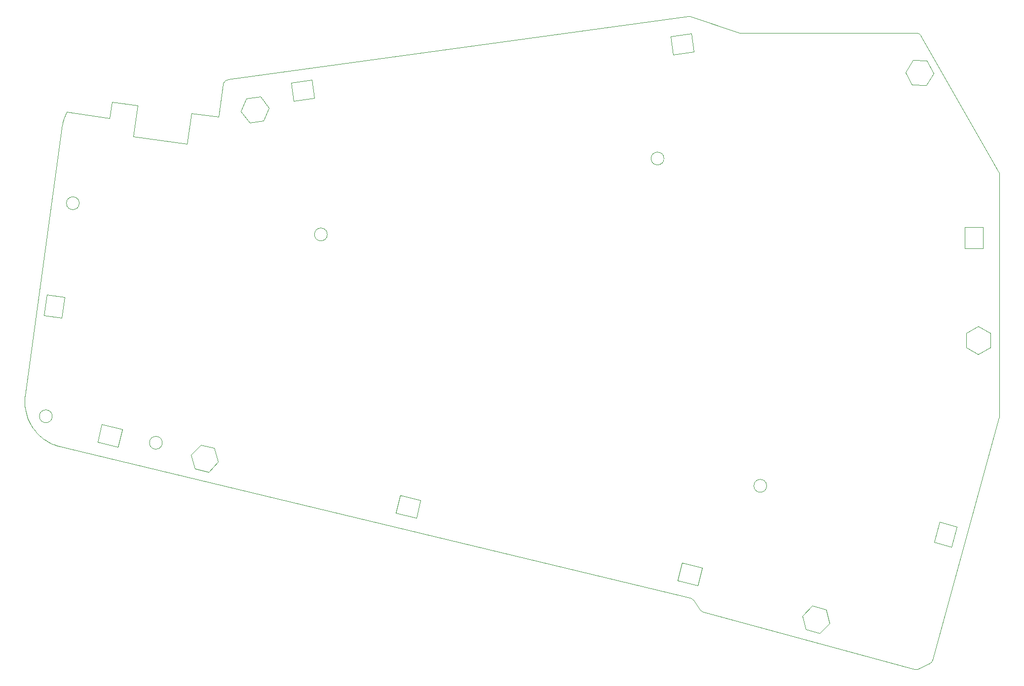
<source format=gbr>
%TF.GenerationSoftware,KiCad,Pcbnew,(6.0.5)*%
%TF.CreationDate,2022-07-12T17:33:22+09:00*%
%TF.ProjectId,ergotonic_f24-pcb-left,6572676f-746f-46e6-9963-5f6632342d70,rev?*%
%TF.SameCoordinates,Original*%
%TF.FileFunction,Profile,NP*%
%FSLAX46Y46*%
G04 Gerber Fmt 4.6, Leading zero omitted, Abs format (unit mm)*
G04 Created by KiCad (PCBNEW (6.0.5)) date 2022-07-12 17:33:22*
%MOMM*%
%LPD*%
G01*
G04 APERTURE LIST*
%TA.AperFunction,Profile*%
%ADD10C,0.090000*%
%TD*%
%ADD11C,0.090000*%
%TA.AperFunction,Profile*%
%ADD12C,0.120000*%
%TD*%
G04 APERTURE END LIST*
D10*
X-140686283Y-76717994D02*
X-140006147Y-79045526D01*
X-128194028Y-19285436D02*
X-127280209Y-17039345D01*
X-14399020Y-8985591D02*
X-16822412Y-8900970D01*
D11*
X-15872395Y-113435109D02*
X-13956405Y-112478987D01*
D10*
X-7686731Y-58230867D02*
X-5586730Y-59443296D01*
X-128768471Y-15124909D02*
X-131170553Y-15456564D01*
D11*
X-162728073Y-19980628D02*
X-169130094Y-66411622D01*
D10*
X-34037906Y-102628921D02*
X-35755986Y-104340117D01*
D11*
X-135175061Y-13040311D02*
X-135959401Y-18621215D01*
D10*
X-3486735Y-58230857D02*
X-3486741Y-55805987D01*
D11*
X-55285321Y-1369124D02*
X-134320419Y-12188726D01*
D10*
X-145589713Y-74603961D02*
G75*
G03*
X-145589713Y-74603961I-1100000J0D01*
G01*
D11*
X-53265009Y-103315894D02*
X-53198005Y-103398468D01*
X-53123099Y-103473023D01*
X-53041021Y-103539052D01*
X-52952501Y-103596053D01*
X-52858270Y-103643522D01*
X-52759058Y-103680953D01*
X-52718143Y-103693003D01*
X-134320419Y-12188726D02*
X-134442458Y-12213209D01*
X-134558574Y-12251885D01*
X-134667816Y-12303804D01*
X-134769232Y-12368018D01*
X-134861869Y-12443579D01*
X-134944776Y-12529539D01*
X-135017002Y-12624949D01*
X-135077594Y-12728861D01*
X-135125601Y-12840326D01*
X-135160071Y-12958396D01*
X-135175061Y-13040311D01*
D10*
X-131170553Y-15456564D02*
X-132084372Y-17702655D01*
X-3486741Y-55805987D02*
X-5586742Y-54593558D01*
D11*
X-52718143Y-103693003D02*
X-16580965Y-113505410D01*
D10*
X-13260608Y-11126621D02*
X-14399020Y-8985591D01*
X-164468884Y-70054061D02*
G75*
G03*
X-164468884Y-70054061I-1100000J0D01*
G01*
D11*
X-46474144Y-4182927D02*
X-46565806Y-4178716D01*
X-46656554Y-4166147D01*
X-46745809Y-4145310D01*
X-46794538Y-4130196D01*
X-140577487Y-17972180D02*
X-141322338Y-23272094D01*
X-13956405Y-112478987D02*
X-13864276Y-112426746D01*
X-13778879Y-112365602D01*
X-13700764Y-112296227D01*
X-13630482Y-112219288D01*
X-13568583Y-112135458D01*
X-13515618Y-112045404D01*
X-13472138Y-111949798D01*
X-13438693Y-111849310D01*
D10*
X-31074028Y-105604723D02*
X-31696927Y-103261224D01*
D11*
X-54829276Y-1412597D02*
X-54926723Y-1385049D01*
X-55026126Y-1367540D01*
X-55126714Y-1360143D01*
X-55227716Y-1362930D01*
X-55285321Y-1369124D01*
X-13438693Y-111849310D02*
X-2035772Y-70375183D01*
X-46794538Y-4130196D02*
X-54829276Y-1412597D01*
X-150548326Y-21975467D02*
X-149803475Y-16675554D01*
X-154210957Y-16056126D02*
X-154600598Y-18828502D01*
D10*
X-130596109Y-19617091D02*
X-128194028Y-19285436D01*
X-117280307Y-38811769D02*
G75*
G03*
X-117280307Y-38811769I-1100000J0D01*
G01*
X-35755986Y-104340117D02*
X-35133087Y-106683616D01*
D11*
X-54518744Y-101591000D02*
X-53265009Y-103315894D01*
X-169130094Y-66411622D02*
X-169173499Y-66792850D01*
X-169198593Y-67172200D01*
X-169205706Y-67549190D01*
X-169195166Y-67923335D01*
X-169167304Y-68294154D01*
X-169122450Y-68661162D01*
X-169060933Y-69023877D01*
X-168983084Y-69381815D01*
X-168889232Y-69734494D01*
X-168779708Y-70081431D01*
X-168654841Y-70422141D01*
X-168514960Y-70756143D01*
X-168360397Y-71082953D01*
X-168191480Y-71402087D01*
X-168008540Y-71713063D01*
X-167811906Y-72015398D01*
X-167601909Y-72308608D01*
X-167378878Y-72592211D01*
X-167143143Y-72865723D01*
X-166895034Y-73128661D01*
X-166634881Y-73380542D01*
X-166363013Y-73620883D01*
X-166079761Y-73849201D01*
X-165785455Y-74065013D01*
X-165480424Y-74267835D01*
X-165164998Y-74457184D01*
X-164839507Y-74632578D01*
X-164504282Y-74793533D01*
X-164159651Y-74939566D01*
X-163805944Y-75070194D01*
X-163443493Y-75184934D01*
X-163072626Y-75283303D01*
D10*
X-137650377Y-79620276D02*
X-135974743Y-77867495D01*
D11*
X-2035772Y-70375183D02*
X-2015445Y-70285224D01*
X-2003502Y-70193864D01*
X-1999986Y-70110083D01*
X-161974071Y-17792217D02*
X-162044433Y-17916664D01*
X-162111919Y-18042949D01*
X-162176480Y-18171031D01*
X-162238068Y-18300867D01*
X-162296637Y-18432416D01*
X-162352140Y-18565636D01*
X-162404528Y-18700487D01*
X-162453754Y-18836925D01*
X-162499772Y-18974911D01*
X-162542534Y-19114402D01*
X-162581992Y-19255356D01*
X-162618099Y-19397733D01*
X-162650808Y-19541489D01*
X-162680072Y-19686585D01*
X-162705842Y-19832979D01*
X-162728073Y-19980628D01*
X-154600598Y-18828502D02*
X-161974071Y-17792217D01*
D10*
X-139010650Y-74965213D02*
X-140686283Y-76717994D01*
X-136654880Y-75539963D02*
X-139010650Y-74965213D01*
D11*
X-16580965Y-113505410D02*
X-16491528Y-113525342D01*
X-16401214Y-113536958D01*
X-16310585Y-113540312D01*
X-16220204Y-113535460D01*
X-16130632Y-113522458D01*
X-16042431Y-113501361D01*
X-15956165Y-113472226D01*
X-15872395Y-113435109D01*
X-141322338Y-23272094D02*
X-150548326Y-21975467D01*
X-135959401Y-18621215D02*
X-140577487Y-17972180D01*
D10*
X-14545588Y-13183030D02*
X-13260608Y-11126621D01*
X-135974743Y-77867495D02*
X-136654880Y-75539963D01*
X-41900000Y-82000000D02*
G75*
G03*
X-41900000Y-82000000I-1100000J0D01*
G01*
X-18107392Y-10957379D02*
X-16968980Y-13098409D01*
X-31696927Y-103261224D02*
X-34037906Y-102628921D01*
X-59525543Y-25768284D02*
G75*
G03*
X-59525543Y-25768284I-1100000J0D01*
G01*
D11*
X-149803475Y-16675554D02*
X-154210957Y-16056126D01*
D10*
X-132084372Y-17702655D02*
X-130596109Y-19617091D01*
X-35133087Y-106683616D02*
X-32792108Y-107315919D01*
X-5586742Y-54593558D02*
X-7686737Y-55805997D01*
D11*
X-15408340Y-4687397D02*
X-15462336Y-4602874D01*
X-15523808Y-4525009D01*
X-15592133Y-4454164D01*
X-15666687Y-4390700D01*
X-15746848Y-4334978D01*
X-15831993Y-4287360D01*
X-15921499Y-4248209D01*
X-16014744Y-4217885D01*
X-16111103Y-4196749D01*
X-16209956Y-4185165D01*
X-16276935Y-4182927D01*
D10*
X-16822412Y-8900970D02*
X-18107392Y-10957379D01*
D11*
X-16276935Y-4182927D02*
X-46474144Y-4182927D01*
D10*
X-5586730Y-59443296D02*
X-3486735Y-58230857D01*
D11*
X-2131394Y-27959878D02*
X-15408340Y-4687397D01*
D10*
X-127280209Y-17039345D02*
X-128768471Y-15124909D01*
D11*
X-163072626Y-75283303D02*
X-55094204Y-101206592D01*
X-1999986Y-70110083D02*
X-1999986Y-28455412D01*
X-1999986Y-28455412D02*
X-2004734Y-28358085D01*
X-2018860Y-28262056D01*
X-2042187Y-28167990D01*
X-2074535Y-28076553D01*
X-2115728Y-27988411D01*
X-2131394Y-27959878D01*
D10*
X-32792108Y-107315919D02*
X-31074028Y-105604723D01*
X-140006147Y-79045526D02*
X-137650377Y-79620276D01*
X-7686737Y-55805997D02*
X-7686731Y-58230867D01*
X-159835186Y-33451413D02*
G75*
G03*
X-159835186Y-33451413I-1100000J0D01*
G01*
X-16968980Y-13098409D02*
X-14545588Y-13183030D01*
D11*
X-55094204Y-101206592D02*
X-54987859Y-101238453D01*
X-54886367Y-101281584D01*
X-54790568Y-101335423D01*
X-54701301Y-101399406D01*
X-54619408Y-101472974D01*
X-54545728Y-101555563D01*
X-54518744Y-101591000D01*
D12*
%TO.C,LED_7*%
X-162345573Y-49598236D02*
X-165415404Y-49166799D01*
X-162846596Y-53163201D02*
X-162345573Y-49598236D01*
X-165916427Y-52731764D02*
X-162846596Y-53163201D01*
X-165415404Y-49166799D02*
X-165916427Y-52731764D01*
%TO.C,LED_1*%
X-54374799Y-7392404D02*
X-54806236Y-4322573D01*
X-58371201Y-4823596D02*
X-57939764Y-7893427D01*
X-57939764Y-7893427D02*
X-54374799Y-7392404D01*
X-54806236Y-4322573D02*
X-58371201Y-4823596D01*
%TO.C,LED_3*%
X-13154856Y-91672383D02*
X-10162173Y-92480991D01*
X-12215827Y-88197009D02*
X-13154856Y-91672383D01*
X-10162173Y-92480991D02*
X-9223144Y-89005617D01*
X-9223144Y-89005617D02*
X-12215827Y-88197009D01*
%TO.C,LED_5*%
X-104768426Y-83647625D02*
X-105492106Y-86661972D01*
X-105492106Y-86661972D02*
X-101991574Y-87502375D01*
X-101267894Y-84488028D02*
X-104768426Y-83647625D01*
X-101991574Y-87502375D02*
X-101267894Y-84488028D01*
%TO.C,LED_2*%
X-7872000Y-37597000D02*
X-7872000Y-41197000D01*
X-4772000Y-37597000D02*
X-7872000Y-37597000D01*
X-4772000Y-41197000D02*
X-4772000Y-37597000D01*
X-7872000Y-41197000D02*
X-4772000Y-41197000D01*
%TO.C,LED_6*%
X-152450894Y-72281028D02*
X-155951426Y-71440625D01*
X-155951426Y-71440625D02*
X-156675106Y-74454972D01*
X-156675106Y-74454972D02*
X-153174574Y-75295375D01*
X-153174574Y-75295375D02*
X-152450894Y-72281028D01*
%TO.C,LED_4*%
X-56463426Y-95249625D02*
X-57187106Y-98263972D01*
X-53686574Y-99104375D02*
X-52962894Y-96090028D01*
X-57187106Y-98263972D02*
X-53686574Y-99104375D01*
X-52962894Y-96090028D02*
X-56463426Y-95249625D01*
%TO.C,LED_0*%
X-119899236Y-12284573D02*
X-123464201Y-12785596D01*
X-123032764Y-15855427D02*
X-119467799Y-15354404D01*
X-119467799Y-15354404D02*
X-119899236Y-12284573D01*
X-123464201Y-12785596D02*
X-123032764Y-15855427D01*
%TD*%
M02*

</source>
